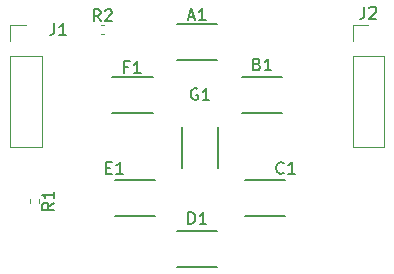
<source format=gbr>
%TF.GenerationSoftware,KiCad,Pcbnew,(6.0.7)*%
%TF.CreationDate,2024-10-06T09:26:11-05:00*%
%TF.ProjectId,RGB7Segment,52474237-5365-4676-9d65-6e742e6b6963,rev?*%
%TF.SameCoordinates,Original*%
%TF.FileFunction,Legend,Top*%
%TF.FilePolarity,Positive*%
%FSLAX46Y46*%
G04 Gerber Fmt 4.6, Leading zero omitted, Abs format (unit mm)*
G04 Created by KiCad (PCBNEW (6.0.7)) date 2024-10-06 09:26:11*
%MOMM*%
%LPD*%
G01*
G04 APERTURE LIST*
%ADD10C,0.150000*%
%ADD11C,0.120000*%
%ADD12C,0.152400*%
G04 APERTURE END LIST*
D10*
%TO.C,R1*%
X186872380Y-101416666D02*
X186396190Y-101750000D01*
X186872380Y-101988095D02*
X185872380Y-101988095D01*
X185872380Y-101607142D01*
X185920000Y-101511904D01*
X185967619Y-101464285D01*
X186062857Y-101416666D01*
X186205714Y-101416666D01*
X186300952Y-101464285D01*
X186348571Y-101511904D01*
X186396190Y-101607142D01*
X186396190Y-101988095D01*
X186872380Y-100464285D02*
X186872380Y-101035714D01*
X186872380Y-100750000D02*
X185872380Y-100750000D01*
X186015238Y-100845238D01*
X186110476Y-100940476D01*
X186158095Y-101035714D01*
%TO.C,B1*%
X204095238Y-89678571D02*
X204238095Y-89726190D01*
X204285714Y-89773809D01*
X204333333Y-89869047D01*
X204333333Y-90011904D01*
X204285714Y-90107142D01*
X204238095Y-90154761D01*
X204142857Y-90202380D01*
X203761904Y-90202380D01*
X203761904Y-89202380D01*
X204095238Y-89202380D01*
X204190476Y-89250000D01*
X204238095Y-89297619D01*
X204285714Y-89392857D01*
X204285714Y-89488095D01*
X204238095Y-89583333D01*
X204190476Y-89630952D01*
X204095238Y-89678571D01*
X203761904Y-89678571D01*
X205285714Y-90202380D02*
X204714285Y-90202380D01*
X205000000Y-90202380D02*
X205000000Y-89202380D01*
X204904761Y-89345238D01*
X204809523Y-89440476D01*
X204714285Y-89488095D01*
%TO.C,R2*%
X190833333Y-86032380D02*
X190500000Y-85556190D01*
X190261904Y-86032380D02*
X190261904Y-85032380D01*
X190642857Y-85032380D01*
X190738095Y-85080000D01*
X190785714Y-85127619D01*
X190833333Y-85222857D01*
X190833333Y-85365714D01*
X190785714Y-85460952D01*
X190738095Y-85508571D01*
X190642857Y-85556190D01*
X190261904Y-85556190D01*
X191214285Y-85127619D02*
X191261904Y-85080000D01*
X191357142Y-85032380D01*
X191595238Y-85032380D01*
X191690476Y-85080000D01*
X191738095Y-85127619D01*
X191785714Y-85222857D01*
X191785714Y-85318095D01*
X191738095Y-85460952D01*
X191166666Y-86032380D01*
X191785714Y-86032380D01*
%TO.C,D1*%
X198261904Y-103202380D02*
X198261904Y-102202380D01*
X198500000Y-102202380D01*
X198642857Y-102250000D01*
X198738095Y-102345238D01*
X198785714Y-102440476D01*
X198833333Y-102630952D01*
X198833333Y-102773809D01*
X198785714Y-102964285D01*
X198738095Y-103059523D01*
X198642857Y-103154761D01*
X198500000Y-103202380D01*
X198261904Y-103202380D01*
X199785714Y-103202380D02*
X199214285Y-103202380D01*
X199500000Y-103202380D02*
X199500000Y-102202380D01*
X199404761Y-102345238D01*
X199309523Y-102440476D01*
X199214285Y-102488095D01*
%TO.C,J1*%
X186916666Y-86202380D02*
X186916666Y-86916666D01*
X186869047Y-87059523D01*
X186773809Y-87154761D01*
X186630952Y-87202380D01*
X186535714Y-87202380D01*
X187916666Y-87202380D02*
X187345238Y-87202380D01*
X187630952Y-87202380D02*
X187630952Y-86202380D01*
X187535714Y-86345238D01*
X187440476Y-86440476D01*
X187345238Y-86488095D01*
%TO.C,A1*%
X198285714Y-85666666D02*
X198761904Y-85666666D01*
X198190476Y-85952380D02*
X198523809Y-84952380D01*
X198857142Y-85952380D01*
X199714285Y-85952380D02*
X199142857Y-85952380D01*
X199428571Y-85952380D02*
X199428571Y-84952380D01*
X199333333Y-85095238D01*
X199238095Y-85190476D01*
X199142857Y-85238095D01*
%TO.C,J2*%
X213166666Y-84822380D02*
X213166666Y-85536666D01*
X213119047Y-85679523D01*
X213023809Y-85774761D01*
X212880952Y-85822380D01*
X212785714Y-85822380D01*
X213595238Y-84917619D02*
X213642857Y-84870000D01*
X213738095Y-84822380D01*
X213976190Y-84822380D01*
X214071428Y-84870000D01*
X214119047Y-84917619D01*
X214166666Y-85012857D01*
X214166666Y-85108095D01*
X214119047Y-85250952D01*
X213547619Y-85822380D01*
X214166666Y-85822380D01*
%TO.C,C1*%
X206333333Y-98857142D02*
X206285714Y-98904761D01*
X206142857Y-98952380D01*
X206047619Y-98952380D01*
X205904761Y-98904761D01*
X205809523Y-98809523D01*
X205761904Y-98714285D01*
X205714285Y-98523809D01*
X205714285Y-98380952D01*
X205761904Y-98190476D01*
X205809523Y-98095238D01*
X205904761Y-98000000D01*
X206047619Y-97952380D01*
X206142857Y-97952380D01*
X206285714Y-98000000D01*
X206333333Y-98047619D01*
X207285714Y-98952380D02*
X206714285Y-98952380D01*
X207000000Y-98952380D02*
X207000000Y-97952380D01*
X206904761Y-98095238D01*
X206809523Y-98190476D01*
X206714285Y-98238095D01*
%TO.C,E1*%
X191309523Y-98428571D02*
X191642857Y-98428571D01*
X191785714Y-98952380D02*
X191309523Y-98952380D01*
X191309523Y-97952380D01*
X191785714Y-97952380D01*
X192738095Y-98952380D02*
X192166666Y-98952380D01*
X192452380Y-98952380D02*
X192452380Y-97952380D01*
X192357142Y-98095238D01*
X192261904Y-98190476D01*
X192166666Y-98238095D01*
%TO.C,F1*%
X193166666Y-89897521D02*
X192833333Y-89897521D01*
X192833333Y-90421330D02*
X192833333Y-89421330D01*
X193309523Y-89421330D01*
X194214285Y-90421330D02*
X193642857Y-90421330D01*
X193928571Y-90421330D02*
X193928571Y-89421330D01*
X193833333Y-89564188D01*
X193738095Y-89659426D01*
X193642857Y-89707045D01*
%TO.C,G1*%
X199035714Y-91750000D02*
X198940476Y-91702380D01*
X198797619Y-91702380D01*
X198654761Y-91750000D01*
X198559523Y-91845238D01*
X198511904Y-91940476D01*
X198464285Y-92130952D01*
X198464285Y-92273809D01*
X198511904Y-92464285D01*
X198559523Y-92559523D01*
X198654761Y-92654761D01*
X198797619Y-92702380D01*
X198892857Y-92702380D01*
X199035714Y-92654761D01*
X199083333Y-92607142D01*
X199083333Y-92273809D01*
X198892857Y-92273809D01*
X200035714Y-92702380D02*
X199464285Y-92702380D01*
X199750000Y-92702380D02*
X199750000Y-91702380D01*
X199654761Y-91845238D01*
X199559523Y-91940476D01*
X199464285Y-91988095D01*
D11*
%TO.C,R1*%
X184870000Y-101096359D02*
X184870000Y-101403641D01*
X185630000Y-101096359D02*
X185630000Y-101403641D01*
D12*
%TO.C,B1*%
X202772800Y-90726000D02*
X206227200Y-90726000D01*
X206227200Y-93774000D02*
X202772800Y-93774000D01*
D11*
%TO.C,R2*%
X190846359Y-86370000D02*
X191153641Y-86370000D01*
X190846359Y-87130000D02*
X191153641Y-87130000D01*
D12*
%TO.C,D1*%
X200727200Y-106805050D02*
X197272800Y-106805050D01*
X197272800Y-103757050D02*
X200727200Y-103757050D01*
D11*
%TO.C,J1*%
X183170000Y-88970000D02*
X185830000Y-88970000D01*
X185830000Y-88970000D02*
X185830000Y-96650000D01*
X183170000Y-87700000D02*
X183170000Y-86370000D01*
X183170000Y-88970000D02*
X183170000Y-96650000D01*
X183170000Y-86370000D02*
X184500000Y-86370000D01*
X183170000Y-96650000D02*
X185830000Y-96650000D01*
D12*
%TO.C,A1*%
X200727200Y-89305050D02*
X197272800Y-89305050D01*
X197272800Y-86257050D02*
X200727200Y-86257050D01*
D11*
%TO.C,J2*%
X214830000Y-88970000D02*
X214830000Y-96650000D01*
X212170000Y-88970000D02*
X212170000Y-96650000D01*
X212170000Y-86370000D02*
X213500000Y-86370000D01*
X212170000Y-87700000D02*
X212170000Y-86370000D01*
X212170000Y-96650000D02*
X214830000Y-96650000D01*
X212170000Y-88970000D02*
X214830000Y-88970000D01*
D12*
%TO.C,C1*%
X206477200Y-102524000D02*
X203022800Y-102524000D01*
X203022800Y-99476000D02*
X206477200Y-99476000D01*
%TO.C,E1*%
X192022800Y-99476000D02*
X195477200Y-99476000D01*
X195477200Y-102524000D02*
X192022800Y-102524000D01*
%TO.C,F1*%
X195227200Y-93774000D02*
X191772800Y-93774000D01*
X191772800Y-90726000D02*
X195227200Y-90726000D01*
%TO.C,G1*%
X197726000Y-98477200D02*
X197726000Y-95022800D01*
X200774000Y-95022800D02*
X200774000Y-98477200D01*
%TD*%
M02*

</source>
